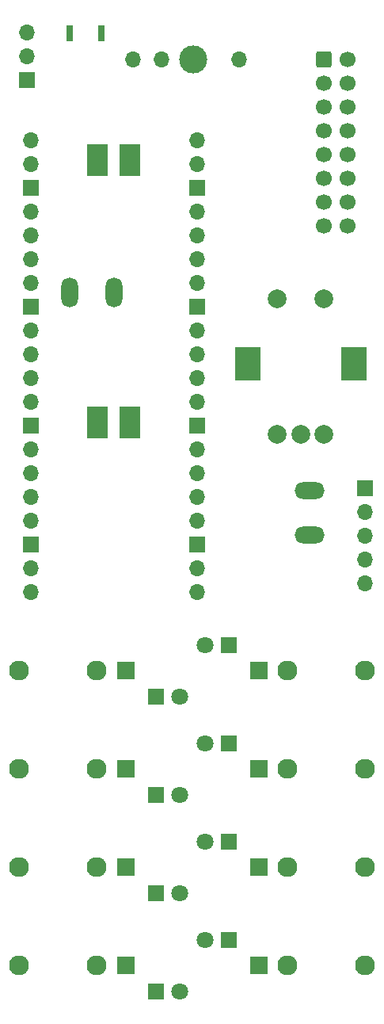
<source format=gbr>
%TF.GenerationSoftware,KiCad,Pcbnew,6.0.2+dfsg-1*%
%TF.CreationDate,2023-09-09T18:17:55+01:00*%
%TF.ProjectId,useq,75736571-2e6b-4696-9361-645f70636258,rev?*%
%TF.SameCoordinates,Original*%
%TF.FileFunction,Soldermask,Bot*%
%TF.FilePolarity,Negative*%
%FSLAX46Y46*%
G04 Gerber Fmt 4.6, Leading zero omitted, Abs format (unit mm)*
G04 Created by KiCad (PCBNEW 6.0.2+dfsg-1) date 2023-09-09 18:17:55*
%MOMM*%
%LPD*%
G01*
G04 APERTURE LIST*
G04 Aperture macros list*
%AMRoundRect*
0 Rectangle with rounded corners*
0 $1 Rounding radius*
0 $2 $3 $4 $5 $6 $7 $8 $9 X,Y pos of 4 corners*
0 Add a 4 corners polygon primitive as box body*
4,1,4,$2,$3,$4,$5,$6,$7,$8,$9,$2,$3,0*
0 Add four circle primitives for the rounded corners*
1,1,$1+$1,$2,$3*
1,1,$1+$1,$4,$5*
1,1,$1+$1,$6,$7*
1,1,$1+$1,$8,$9*
0 Add four rect primitives between the rounded corners*
20,1,$1+$1,$2,$3,$4,$5,0*
20,1,$1+$1,$4,$5,$6,$7,0*
20,1,$1+$1,$6,$7,$8,$9,0*
20,1,$1+$1,$8,$9,$2,$3,0*%
G04 Aperture macros list end*
%ADD10O,1.700000X1.700000*%
%ADD11R,1.700000X1.700000*%
%ADD12RoundRect,0.250000X-0.600000X-0.600000X0.600000X-0.600000X0.600000X0.600000X-0.600000X0.600000X0*%
%ADD13C,1.700000*%
%ADD14O,3.200000X1.800000*%
%ADD15R,2.200000X3.400000*%
%ADD16R,1.800000X1.800000*%
%ADD17C,1.800000*%
%ADD18R,0.800000X1.700000*%
%ADD19R,1.830000X1.930000*%
%ADD20C,2.130000*%
%ADD21C,3.000000*%
%ADD22C,2.000000*%
%ADD23R,2.800000X3.600000*%
%ADD24O,1.800000X3.200000*%
G04 APERTURE END LIST*
D10*
%TO.C,U1*%
X148610000Y-34370000D03*
X148610000Y-36910000D03*
D11*
X148610000Y-39450000D03*
D10*
X148610000Y-41990000D03*
X148610000Y-44530000D03*
X148610000Y-47070000D03*
X148610000Y-49610000D03*
D11*
X148610000Y-52150000D03*
D10*
X148610000Y-54690000D03*
X148610000Y-57230000D03*
X148610000Y-59770000D03*
X148610000Y-62310000D03*
D11*
X148610000Y-64850000D03*
D10*
X148610000Y-67390000D03*
X148610000Y-69930000D03*
X148610000Y-72470000D03*
X148610000Y-75010000D03*
D11*
X148610000Y-77550000D03*
D10*
X148610000Y-80090000D03*
X148610000Y-82630000D03*
X166390000Y-82630000D03*
X166390000Y-80090000D03*
D11*
X166390000Y-77550000D03*
D10*
X166390000Y-75010000D03*
X166390000Y-72470000D03*
X166390000Y-69930000D03*
X166390000Y-67390000D03*
D11*
X166390000Y-64850000D03*
D10*
X166390000Y-62310000D03*
X166390000Y-59770000D03*
X166390000Y-57230000D03*
X166390000Y-54690000D03*
D11*
X166390000Y-52150000D03*
D10*
X166390000Y-49610000D03*
X166390000Y-47070000D03*
X166390000Y-44530000D03*
X166390000Y-41990000D03*
D11*
X166390000Y-39450000D03*
D10*
X166390000Y-36910000D03*
X166390000Y-34370000D03*
%TD*%
D11*
%TO.C,J10*%
X148250000Y-27905000D03*
D10*
X148250000Y-25365000D03*
X148250000Y-22825000D03*
%TD*%
D12*
%TO.C,H1*%
X179997500Y-25710000D03*
D13*
X182537500Y-25710000D03*
X179997500Y-28250000D03*
X182537500Y-28250000D03*
X179997500Y-30790000D03*
X182537500Y-30790000D03*
X179997500Y-33330000D03*
X182537500Y-33330000D03*
X179997500Y-35870000D03*
X182537500Y-35870000D03*
X179997500Y-38410000D03*
X182537500Y-38410000D03*
X179997500Y-40950000D03*
X182537500Y-40950000D03*
X179997500Y-43490000D03*
X182537500Y-43490000D03*
%TD*%
D11*
%TO.C,J11*%
X184350000Y-71530000D03*
D10*
X184350000Y-74070000D03*
X184350000Y-76610000D03*
X184350000Y-79150000D03*
X184350000Y-81690000D03*
%TD*%
D14*
%TO.C,SW3*%
X178400000Y-71800000D03*
X178400000Y-76500000D03*
%TD*%
D15*
%TO.C,SW2*%
X159250000Y-36500000D03*
X155750000Y-36500000D03*
%TD*%
D16*
%TO.C,D12*%
X169775000Y-119750000D03*
D17*
X167235000Y-119750000D03*
%TD*%
D16*
%TO.C,D6*%
X169775000Y-88250000D03*
D17*
X167235000Y-88250000D03*
%TD*%
D18*
%TO.C,S2*%
X156200000Y-22900000D03*
X152800000Y-22900000D03*
%TD*%
D15*
%TO.C,SW1*%
X159250000Y-64500000D03*
X155750000Y-64500000D03*
%TD*%
D19*
%TO.C,J7*%
X173000000Y-122500000D03*
D20*
X184400000Y-122500000D03*
X176100000Y-122500000D03*
%TD*%
D16*
%TO.C,D13*%
X162000000Y-125250000D03*
D17*
X164540000Y-125250000D03*
%TD*%
D19*
%TO.C,J4*%
X173000000Y-101500000D03*
D20*
X184400000Y-101500000D03*
X176100000Y-101500000D03*
%TD*%
D16*
%TO.C,D7*%
X162000000Y-93750000D03*
D17*
X164540000Y-93750000D03*
%TD*%
D19*
%TO.C,J3*%
X158780000Y-101500000D03*
D20*
X147380000Y-101500000D03*
X155680000Y-101500000D03*
%TD*%
D16*
%TO.C,D9*%
X162000000Y-104250000D03*
D17*
X164540000Y-104250000D03*
%TD*%
D21*
%TO.C,J9*%
X166000000Y-25675000D03*
D10*
X159520000Y-25675000D03*
X162620000Y-25675000D03*
X170920000Y-25675000D03*
%TD*%
D19*
%TO.C,J1*%
X173000000Y-91000000D03*
D20*
X184400000Y-91000000D03*
X176100000Y-91000000D03*
%TD*%
D19*
%TO.C,J8*%
X158780000Y-122500000D03*
D20*
X147380000Y-122500000D03*
X155680000Y-122500000D03*
%TD*%
D19*
%TO.C,J6*%
X158780000Y-112000000D03*
D20*
X147380000Y-112000000D03*
X155680000Y-112000000D03*
%TD*%
D16*
%TO.C,D11*%
X162000000Y-114750000D03*
D17*
X164540000Y-114750000D03*
%TD*%
D16*
%TO.C,D10*%
X169775000Y-109250000D03*
D17*
X167235000Y-109250000D03*
%TD*%
D22*
%TO.C,S1*%
X180000000Y-51250000D03*
X175000000Y-51250000D03*
D23*
X171800000Y-58250000D03*
X183200000Y-58250000D03*
D22*
X180000000Y-65750000D03*
X175000000Y-65750000D03*
X177500000Y-65750000D03*
%TD*%
D19*
%TO.C,J2*%
X158780000Y-91000000D03*
D20*
X147380000Y-91000000D03*
X155680000Y-91000000D03*
%TD*%
D16*
%TO.C,D8*%
X169775000Y-98750000D03*
D17*
X167235000Y-98750000D03*
%TD*%
D24*
%TO.C,SW4*%
X152800000Y-50600000D03*
X157500000Y-50600000D03*
%TD*%
D19*
%TO.C,J5*%
X173000000Y-112000000D03*
D20*
X184400000Y-112000000D03*
X176100000Y-112000000D03*
%TD*%
M02*

</source>
